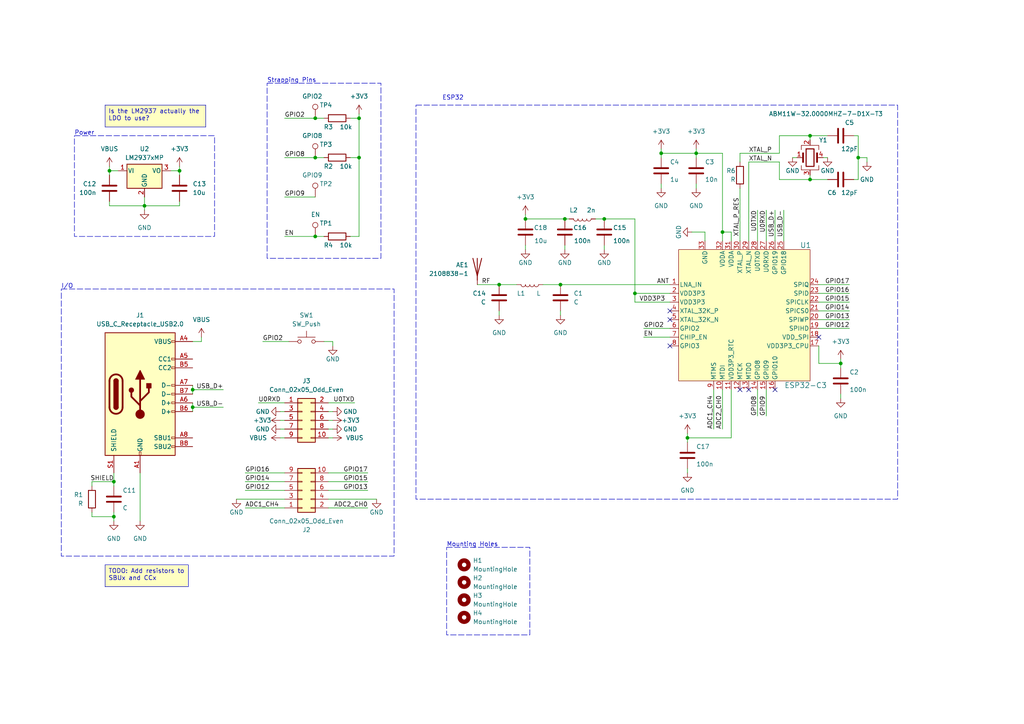
<source format=kicad_sch>
(kicad_sch (version 20230121) (generator eeschema)
  (paper "A4")
  (lib_symbols
    (symbol "Connector:TestPoint" (pin_numbers hide) (pin_names (offset 0.762) hide)
      (property "Reference" "TP" (at 0 6.858 0))
      (property "Value" "TestPoint" (at 0 5.08 0))
      (symbol "TestPoint_0_1"
        (circle (center 0 3.302) (radius 0.762))
      )
      (symbol "TestPoint_1_1"
        (pin passive line (at 0 0 90) (length 2.54) (name "1") (number "1"))
      )
    )
    (symbol "Connector:USB_C_Receptacle_USB2.0" (pin_names (offset 1.016))
      (property "Reference" "J" (at -10.16 19.05 0))
      (property "Value" "USB_C_Receptacle_USB2.0" (at 19.05 19.05 0))
      (symbol "USB_C_Receptacle_USB2.0_0_0"
        (rectangle (start -0.254 -17.78) (end 0.254 -16.764))
        (rectangle (start 10.16 -14.986) (end 9.144 -15.494))
        (rectangle (start 10.16 -12.446) (end 9.144 -12.954))
        (rectangle (start 10.16 -4.826) (end 9.144 -5.334))
        (rectangle (start 10.16 -2.286) (end 9.144 -2.794))
        (rectangle (start 10.16 0.254) (end 9.144 -0.254))
        (rectangle (start 10.16 2.794) (end 9.144 2.286))
        (rectangle (start 10.16 7.874) (end 9.144 7.366))
        (rectangle (start 10.16 10.414) (end 9.144 9.906))
        (rectangle (start 10.16 15.494) (end 9.144 14.986))
      )
      (symbol "USB_C_Receptacle_USB2.0_0_1"
        (rectangle (start -10.16 17.78) (end 10.16 -17.78) (stroke (width 0.254)) (fill (type background)))
        (arc (start -8.89 -3.81) (mid -6.985 -5.7067) (end -5.08 -3.81) (stroke (width 0.508)))
        (arc (start -7.62 -3.81) (mid -6.985 -4.4423) (end -6.35 -3.81) (stroke (width 0.254)))
        (arc (start -7.62 -3.81) (mid -6.985 -4.4423) (end -6.35 -3.81) (stroke (width 0.254)) (fill (type outline)))
        (rectangle (start -7.62 -3.81) (end -6.35 3.81) (stroke (width 0.254)) (fill (type outline)))
        (arc (start -6.35 3.81) (mid -6.985 4.4423) (end -7.62 3.81) (stroke (width 0.254)))
        (arc (start -6.35 3.81) (mid -6.985 4.4423) (end -7.62 3.81) (stroke (width 0.254)) (fill (type outline)))
        (arc (start -5.08 3.81) (mid -6.985 5.7067) (end -8.89 3.81) (stroke (width 0.508)))
        (circle (center -2.54 1.143) (radius 0.635) (stroke (width 0.254)) (fill (type outline)))
        (circle (center 0 -5.842) (radius 1.27) (fill (type outline)))
        (polyline (pts (xy -8.89 -3.81) (xy -8.89 3.81)) (stroke (width 0.508)))
        (polyline (pts (xy -5.08 3.81) (xy -5.08 -3.81)) (stroke (width 0.508)))
        (polyline (pts (xy 0 -5.842) (xy 0 4.318)) (stroke (width 0.508)))
        (polyline (pts (xy 0 -3.302) (xy -2.54 -0.762) (xy -2.54 0.508)) (stroke (width 0.508)))
        (polyline (pts (xy 0 -2.032) (xy 2.54 0.508) (xy 2.54 1.778)) (stroke (width 0.508)))
        (polyline (pts (xy -1.27 4.318) (xy 0 6.858) (xy 1.27 4.318) (xy -1.27 4.318)) (stroke (width 0.254)) (fill (type outline)))
        (rectangle (start 1.905 1.778) (end 3.175 3.048) (stroke (width 0.254)) (fill (type outline)))
      )
      (symbol "USB_C_Receptacle_USB2.0_1_1"
        (pin passive line (at 0 -22.86 90) (length 5.08) (name "GND") (number "A1"))
        (pin passive line (at 0 -22.86 90) (length 5.08) hide (name "GND") (number "A12"))
        (pin passive line (at 15.24 15.24 180) (length 5.08) (name "VBUS") (number "A4"))
        (pin bidirectional line (at 15.24 10.16 180) (length 5.08) (name "CC1") (number "A5"))
        (pin bidirectional line (at 15.24 -2.54 180) (length 5.08) (name "D+") (number "A6"))
        (pin bidirectional line (at 15.24 2.54 180) (length 5.08) (name "D-") (number "A7"))
        (pin bidirectional line (at 15.24 -12.7 180) (length 5.08) (name "SBU1") (number "A8"))
        (pin passive line (at 15.24 15.24 180) (length 5.08) hide (name "VBUS") (number "A9"))
        (pin passive line (at 0 -22.86 90) (length 5.08) hide (name "GND") (number "B1"))
        (pin passive line (at 0 -22.86 90) (length 5.08) hide (name "GND") (number "B12"))
        (pin passive line (at 15.24 15.24 180) (length 5.08) hide (name "VBUS") (number "B4"))
        (pin bidirectional line (at 15.24 7.62 180) (length 5.08) (name "CC2") (number "B5"))
        (pin bidirectional line (at 15.24 -5.08 180) (length 5.08) (name "D+") (number "B6"))
        (pin bidirectional line (at 15.24 0 180) (length 5.08) (name "D-") (number "B7"))
        (pin bidirectional line (at 15.24 -15.24 180) (length 5.08) (name "SBU2") (number "B8"))
        (pin passive line (at 15.24 15.24 180) (length 5.08) hide (name "VBUS") (number "B9"))
        (pin passive line (at -7.62 -22.86 90) (length 5.08) (name "SHIELD") (number "S1"))
      )
    )
    (symbol "Connector_Generic:Conn_02x05_Odd_Even" (pin_names (offset 1.016) hide)
      (property "Reference" "J" (at 1.27 7.62 0))
      (property "Value" "Conn_02x05_Odd_Even" (at 1.27 -7.62 0))
      (symbol "Conn_02x05_Odd_Even_1_1"
        (rectangle (start -1.27 -4.953) (end 0 -5.207) (stroke (width 0.1524)))
        (rectangle (start -1.27 -2.413) (end 0 -2.667) (stroke (width 0.1524)))
        (rectangle (start -1.27 0.127) (end 0 -0.127) (stroke (width 0.1524)))
        (rectangle (start -1.27 2.667) (end 0 2.413) (stroke (width 0.1524)))
        (rectangle (start -1.27 5.207) (end 0 4.953) (stroke (width 0.1524)))
        (rectangle (start -1.27 6.35) (end 3.81 -6.35) (stroke (width 0.254)) (fill (type background)))
        (rectangle (start 3.81 -4.953) (end 2.54 -5.207) (stroke (width 0.1524)))
        (rectangle (start 3.81 -2.413) (end 2.54 -2.667) (stroke (width 0.1524)))
        (rectangle (start 3.81 0.127) (end 2.54 -0.127) (stroke (width 0.1524)))
        (rectangle (start 3.81 2.667) (end 2.54 2.413) (stroke (width 0.1524)))
        (rectangle (start 3.81 5.207) (end 2.54 4.953) (stroke (width 0.1524)))
        (pin passive line (at -5.08 5.08 0) (length 3.81) (name "Pin_1") (number "1"))
        (pin passive line (at 7.62 -5.08 180) (length 3.81) (name "Pin_10") (number "10"))
        (pin passive line (at 7.62 5.08 180) (length 3.81) (name "Pin_2") (number "2"))
        (pin passive line (at -5.08 2.54 0) (length 3.81) (name "Pin_3") (number "3"))
        (pin passive line (at 7.62 2.54 180) (length 3.81) (name "Pin_4") (number "4"))
        (pin passive line (at -5.08 0 0) (length 3.81) (name "Pin_5") (number "5"))
        (pin passive line (at 7.62 0 180) (length 3.81) (name "Pin_6") (number "6"))
        (pin passive line (at -5.08 -2.54 0) (length 3.81) (name "Pin_7") (number "7"))
        (pin passive line (at 7.62 -2.54 180) (length 3.81) (name "Pin_8") (number "8"))
        (pin passive line (at -5.08 -5.08 0) (length 3.81) (name "Pin_9") (number "9"))
      )
    )
    (symbol "Device:Antenna" (pin_numbers hide) (pin_names (offset 1.016) hide)
      (property "Reference" "AE" (at -1.905 1.905 0))
      (property "Value" "Antenna" (at -1.905 0 0))
      (symbol "Antenna_0_1"
        (polyline (pts (xy 0 2.54) (xy 0 -3.81)) (stroke (width 0.254)))
        (polyline (pts (xy 1.27 2.54) (xy 0 -2.54) (xy -1.27 2.54)) (stroke (width 0.254)))
      )
      (symbol "Antenna_1_1"
        (pin input line (at 0 -5.08 90) (length 2.54) (name "A") (number "1"))
      )
    )
    (symbol "Device:C" (pin_numbers hide) (pin_names (offset 0.254))
      (property "Reference" "C" (at 0.635 2.54 0))
      (property "Value" "C" (at 0.635 -2.54 0))
      (symbol "C_0_1"
        (polyline (pts (xy -2.032 -0.762) (xy 2.032 -0.762)) (stroke (width 0.508)))
        (polyline (pts (xy -2.032 0.762) (xy 2.032 0.762)) (stroke (width 0.508)))
      )
      (symbol "C_1_1"
        (pin passive line (at 0 3.81 270) (length 2.794) (name "~") (number "1"))
        (pin passive line (at 0 -3.81 90) (length 2.794) (name "~") (number "2"))
      )
    )
    (symbol "Device:Crystal_GND23" (pin_names (offset 1.016) hide)
      (property "Reference" "Y" (at 3.175 5.08 0))
      (property "Value" "Crystal_GND23" (at 3.175 3.175 0))
      (symbol "Crystal_GND23_0_1"
        (rectangle (start -1.143 2.54) (end 1.143 -2.54) (stroke (width 0.3048)))
        (polyline (pts (xy -2.54 0) (xy -2.032 0)))
        (polyline (pts (xy -2.032 -1.27) (xy -2.032 1.27)) (stroke (width 0.508)))
        (polyline (pts (xy 0 -3.81) (xy 0 -3.556)))
        (polyline (pts (xy 0 3.556) (xy 0 3.81)))
        (polyline (pts (xy 2.032 -1.27) (xy 2.032 1.27)) (stroke (width 0.508)))
        (polyline (pts (xy 2.032 0) (xy 2.54 0)))
        (polyline (pts (xy -2.54 -2.286) (xy -2.54 -3.556) (xy 2.54 -3.556) (xy 2.54 -2.286)))
        (polyline (pts (xy -2.54 2.286) (xy -2.54 3.556) (xy 2.54 3.556) (xy 2.54 2.286)))
      )
      (symbol "Crystal_GND23_1_1"
        (pin passive line (at -3.81 0 0) (length 1.27) (name "1") (number "1"))
        (pin passive line (at 0 5.08 270) (length 1.27) (name "2") (number "2"))
        (pin passive line (at 0 -5.08 90) (length 1.27) (name "3") (number "3"))
        (pin passive line (at 3.81 0 180) (length 1.27) (name "4") (number "4"))
      )
    )
    (symbol "Device:L" (pin_numbers hide) (pin_names (offset 1.016) hide)
      (property "Reference" "L" (at -1.27 0 90))
      (property "Value" "L" (at 1.905 0 90))
      (symbol "L_0_1"
        (arc (start 0 -2.54) (mid 0.6323 -1.905) (end 0 -1.27))
        (arc (start 0 -1.27) (mid 0.6323 -0.635) (end 0 0))
        (arc (start 0 0) (mid 0.6323 0.635) (end 0 1.27))
        (arc (start 0 1.27) (mid 0.6323 1.905) (end 0 2.54))
      )
      (symbol "L_1_1"
        (pin passive line (at 0 3.81 270) (length 1.27) (name "1") (number "1"))
        (pin passive line (at 0 -3.81 90) (length 1.27) (name "2") (number "2"))
      )
    )
    (symbol "Device:R" (pin_numbers hide) (pin_names (offset 0))
      (property "Reference" "R" (at 2.032 0 90))
      (property "Value" "R" (at 0 0 90))
      (symbol "R_0_1"
        (rectangle (start -1.016 -2.54) (end 1.016 2.54) (stroke (width 0.254)))
      )
      (symbol "R_1_1"
        (pin passive line (at 0 3.81 270) (length 1.27) (name "~") (number "1"))
        (pin passive line (at 0 -3.81 90) (length 1.27) (name "~") (number "2"))
      )
    )
    (symbol "Mechanical:MountingHole" (pin_names (offset 1.016))
      (property "Reference" "H" (at 0 5.08 0))
      (property "Value" "MountingHole" (at 0 3.175 0))
      (symbol "MountingHole_0_1"
        (circle (center 0 0) (radius 1.27) (stroke (width 1.27)))
      )
    )
    (symbol "Regulator_Linear:LM2937xMP" (pin_names (offset 0.254))
      (property "Reference" "U" (at -3.81 3.175 0))
      (property "Value" "LM2937xMP" (at 0 3.175 0))
      (symbol "LM2937xMP_0_1"
        (rectangle (start -5.08 -5.08) (end 5.08 1.905) (stroke (width 0.254)) (fill (type background)))
      )
      (symbol "LM2937xMP_1_1"
        (pin power_in line (at -7.62 0 0) (length 2.54) (name "VI") (number "1"))
        (pin power_in line (at 0 -7.62 90) (length 2.54) (name "GND") (number "2"))
        (pin power_out line (at 7.62 0 180) (length 2.54) (name "VO") (number "3"))
      )
    )
    (symbol "Switch:SW_Push" (pin_numbers hide) (pin_names (offset 1.016) hide)
      (property "Reference" "SW" (at 1.27 2.54 0))
      (property "Value" "SW_Push" (at 0 -1.524 0))
      (symbol "SW_Push_0_1"
        (circle (center -2.032 0) (radius 0.508))
        (polyline (pts (xy 0 1.27) (xy 0 3.048)))
        (polyline (pts (xy 2.54 1.27) (xy -2.54 1.27)))
        (circle (center 2.032 0) (radius 0.508))
        (pin passive line (at -5.08 0 0) (length 2.54) (name "1") (number "1"))
        (pin passive line (at 5.08 0 180) (length 2.54) (name "2") (number "2"))
      )
    )
    (symbol "encyclopedia_galactica:ESP32-C3" (pin_names (offset 0.254))
      (property "Reference" "U" (at 0 43.18 0))
      (property "Value" "ESP32-C3" (at 0 40.64 0))
      (symbol "ESP32-C3_0_1"
        (pin bidirectional line (at -21.59 8.89 0) (length 2.54) (name "LNA_IN") (number "1"))
        (pin bidirectional line (at -6.35 -21.59 90) (length 2.54) (name "MTDI") (number "10"))
        (pin power_in line (at -3.81 -21.59 90) (length 2.54) (name "VDD3P3_RTC") (number "11"))
        (pin bidirectional line (at -1.27 -21.59 90) (length 2.54) (name "MTCK") (number "12"))
        (pin bidirectional line (at 1.27 -21.59 90) (length 2.54) (name "MTDO") (number "13"))
        (pin bidirectional line (at 3.81 -21.59 90) (length 2.54) (name "GPIO8") (number "14"))
        (pin bidirectional line (at 6.35 -21.59 90) (length 2.54) (name "GPIO9") (number "15"))
        (pin bidirectional line (at 8.89 -21.59 90) (length 2.54) (name "GPIO10") (number "16"))
        (pin power_in line (at 21.59 -8.89 180) (length 2.54) (name "VDD3P3_CPU") (number "17"))
        (pin power_in line (at 21.59 -6.35 180) (length 2.54) (name "VDD_SPI") (number "18"))
        (pin bidirectional line (at 21.59 -3.81 180) (length 2.54) (name "SPIHD") (number "19"))
        (pin power_in line (at -21.59 6.35 0) (length 2.54) (name "VDD3P3") (number "2"))
        (pin bidirectional line (at 21.59 -1.27 180) (length 2.54) (name "SPIWP") (number "20"))
        (pin bidirectional line (at 21.59 1.27 180) (length 2.54) (name "SPICS0") (number "21"))
        (pin bidirectional line (at 21.59 3.81 180) (length 2.54) (name "SPICLK") (number "22"))
        (pin bidirectional line (at 21.59 6.35 180) (length 2.54) (name "SPID") (number "23"))
        (pin bidirectional line (at 21.59 8.89 180) (length 2.54) (name "SPIQ") (number "24"))
        (pin bidirectional line (at 11.43 21.59 270) (length 2.54) (name "GPIO18") (number "25"))
        (pin bidirectional line (at 8.89 21.59 270) (length 2.54) (name "GPIO19") (number "26"))
        (pin bidirectional line (at 6.35 21.59 270) (length 2.54) (name "U0RXD") (number "27"))
        (pin bidirectional line (at 3.81 21.59 270) (length 2.54) (name "U0TXD") (number "28"))
        (pin output line (at 1.27 21.59 270) (length 2.54) (name "XTAL_N") (number "29"))
        (pin power_in line (at -21.59 3.81 0) (length 2.54) (name "VDD3P3") (number "3"))
        (pin input line (at -1.27 21.59 270) (length 2.54) (name "XTAL_P") (number "30"))
        (pin power_in line (at -3.81 21.59 270) (length 2.54) (name "VDDA") (number "31"))
        (pin power_in line (at -6.35 21.59 270) (length 2.54) (name "VDDA") (number "32"))
        (pin power_out line (at -11.43 21.59 270) (length 2.54) (name "GND") (number "33"))
        (pin bidirectional line (at -21.59 1.27 0) (length 2.54) (name "XTAL_32K_P") (number "4"))
        (pin bidirectional line (at -21.59 -1.27 0) (length 2.54) (name "XTAL_32K_N") (number "5"))
        (pin bidirectional line (at -21.59 -3.81 0) (length 2.54) (name "GPIO2") (number "6"))
        (pin input line (at -21.59 -6.35 0) (length 2.54) (name "CHIP_EN") (number "7"))
        (pin bidirectional line (at -21.59 -8.89 0) (length 2.54) (name "GPIO3") (number "8"))
        (pin bidirectional line (at -8.89 -21.59 90) (length 2.54) (name "MTMS") (number "9"))
      )
      (symbol "ESP32-C3_1_1"
        (rectangle (start -19.05 19.05) (end 19.05 -19.05) (fill (type background)))
      )
    )
    (symbol "power:+3V3" (power) (pin_names (offset 0))
      (property "Value" "+3V3" (at 0 3.556 0))
      (symbol "+3V3_0_1"
        (polyline (pts (xy -0.762 1.27) (xy 0 2.54)))
        (polyline (pts (xy 0 0) (xy 0 2.54)))
        (polyline (pts (xy 0 2.54) (xy 0.762 1.27)))
      )
      (symbol "+3V3_1_1"
        (pin power_in line (at 0 0 90) (length 0) hide (name "+3V3") (number "1"))
      )
    )
    (symbol "power:GND" (power) (pin_names (offset 0))
      (property "Value" "GND" (at 0 -3.81 0))
      (symbol "GND_0_1"
        (polyline (pts (xy 0 0) (xy 0 -1.27) (xy 1.27 -1.27) (xy 0 -2.54) (xy -1.27 -1.27) (xy 0 -1.27)))
      )
      (symbol "GND_1_1"
        (pin power_in line (at 0 0 270) (length 0) hide (name "GND") (number "1"))
      )
    )
    (symbol "power:VBUS" (power) (pin_names (offset 0))
      (property "Value" "VBUS" (at 0 3.81 0))
      (symbol "VBUS_0_1"
        (polyline (pts (xy -0.762 1.27) (xy 0 2.54)))
        (polyline (pts (xy 0 0) (xy 0 2.54)))
        (polyline (pts (xy 0 2.54) (xy 0.762 1.27)))
      )
      (symbol "VBUS_1_1"
        (pin power_in line (at 0 0 90) (length 0) hide (name "VBUS") (number "1"))
      )
    )
  )
  (junction (at 41.91 59.69))
  (junction (at 162.56 82.55))
  (junction (at 209.55 67.31))
  (junction (at 152.4 63.5))
  (junction (at 91.44 45.72))
  (junction (at 104.14 34.29))
  (junction (at 191.77 44.45))
  (junction (at 163.83 63.5))
  (junction (at 33.02 139.7))
  (junction (at 199.39 127))
  (junction (at 201.93 44.45))
  (junction (at 91.44 34.29))
  (junction (at 55.88 118.11))
  (junction (at 91.44 68.58))
  (junction (at 175.26 63.5))
  (junction (at 243.84 105.41))
  (junction (at 248.92 45.72))
  (junction (at 104.14 45.72))
  (junction (at 31.75 49.53))
  (junction (at 234.95 39.37))
  (junction (at 33.02 149.86))
  (junction (at 184.15 85.09))
  (junction (at 55.88 113.03))
  (junction (at 144.78 82.55))
  (junction (at 234.95 52.07))
  (junction (at 52.07 49.53))
  (no_connect (at 224.79 113.03))
  (no_connect (at 194.31 100.33))
  (no_connect (at 194.31 90.17))
  (no_connect (at 214.63 113.03))
  (no_connect (at 237.49 97.79))
  (no_connect (at 217.17 113.03))
  (no_connect (at 194.31 92.71))
  (wire (pts (xy 55.88 116.84) (xy 55.88 118.11)))
  (wire (pts (xy 237.49 82.55) (xy 246.38 82.55)))
  (wire (pts (xy 91.44 34.29) (xy 82.55 34.29)))
  (wire (pts (xy 186.69 95.25) (xy 194.31 95.25)))
  (wire (pts (xy 55.88 118.11) (xy 64.77 118.11)))
  (wire (pts (xy 251.46 45.72) (xy 248.92 45.72)))
  (wire (pts (xy 26.67 140.97) (xy 26.67 139.7)))
  (wire (pts (xy 102.87 116.84) (xy 95.25 116.84)))
  (wire (pts (xy 201.93 53.34) (xy 201.93 54.61)))
  (wire (pts (xy 237.49 87.63) (xy 246.38 87.63)))
  (wire (pts (xy 222.25 60.96) (xy 222.25 69.85)))
  (wire (pts (xy 152.4 63.5) (xy 163.83 63.5)))
  (wire (pts (xy 93.98 99.06) (xy 96.52 99.06)))
  (wire (pts (xy 33.02 137.16) (xy 33.02 139.7)))
  (wire (pts (xy 214.63 44.45) (xy 226.06 44.45)))
  (wire (pts (xy 237.49 85.09) (xy 246.38 85.09)))
  (wire (pts (xy 93.98 34.29) (xy 91.44 34.29)))
  (wire (pts (xy 55.88 111.76) (xy 55.88 113.03)))
  (wire (pts (xy 209.55 44.45) (xy 209.55 67.31)))
  (wire (pts (xy 234.95 39.37) (xy 234.95 40.64)))
  (wire (pts (xy 237.49 105.41) (xy 237.49 100.33)))
  (wire (pts (xy 226.06 52.07) (xy 226.06 46.99)))
  (wire (pts (xy 55.88 113.03) (xy 64.77 113.03)))
  (wire (pts (xy 95.25 139.7) (xy 106.68 139.7)))
  (wire (pts (xy 40.64 137.16) (xy 40.64 151.13)))
  (wire (pts (xy 58.42 99.06) (xy 58.42 97.79)))
  (wire (pts (xy 55.88 118.11) (xy 55.88 119.38)))
  (wire (pts (xy 231.14 45.72) (xy 229.87 45.72)))
  (wire (pts (xy 163.83 71.12) (xy 163.83 72.39)))
  (wire (pts (xy 217.17 46.99) (xy 217.17 69.85)))
  (wire (pts (xy 74.93 116.84) (xy 82.55 116.84)))
  (wire (pts (xy 81.28 121.92) (xy 82.55 121.92)))
  (wire (pts (xy 162.56 82.55) (xy 194.31 82.55)))
  (wire (pts (xy 199.39 127) (xy 199.39 125.73)))
  (wire (pts (xy 95.25 142.24) (xy 106.68 142.24)))
  (wire (pts (xy 33.02 149.86) (xy 33.02 148.59)))
  (wire (pts (xy 243.84 104.14) (xy 243.84 105.41)))
  (wire (pts (xy 95.25 147.32) (xy 106.68 147.32)))
  (wire (pts (xy 152.4 71.12) (xy 152.4 72.39)))
  (wire (pts (xy 52.07 58.42) (xy 52.07 59.69)))
  (wire (pts (xy 41.91 59.69) (xy 41.91 57.15)))
  (wire (pts (xy 91.44 45.72) (xy 82.55 45.72)))
  (wire (pts (xy 209.55 113.03) (xy 209.55 124.46)))
  (wire (pts (xy 237.49 105.41) (xy 243.84 105.41)))
  (wire (pts (xy 191.77 43.18) (xy 191.77 44.45)))
  (wire (pts (xy 91.44 57.15) (xy 82.55 57.15)))
  (wire (pts (xy 209.55 67.31) (xy 212.09 67.31)))
  (wire (pts (xy 226.06 39.37) (xy 226.06 44.45)))
  (wire (pts (xy 217.17 46.99) (xy 226.06 46.99)))
  (wire (pts (xy 175.26 71.12) (xy 175.26 72.39)))
  (wire (pts (xy 81.28 127) (xy 82.55 127)))
  (wire (pts (xy 144.78 82.55) (xy 149.86 82.55)))
  (wire (pts (xy 240.03 52.07) (xy 234.95 52.07)))
  (wire (pts (xy 96.52 99.06) (xy 96.52 100.33)))
  (wire (pts (xy 104.14 68.58) (xy 101.6 68.58)))
  (wire (pts (xy 247.65 52.07) (xy 248.92 52.07)))
  (wire (pts (xy 186.69 97.79) (xy 194.31 97.79)))
  (wire (pts (xy 71.12 137.16) (xy 82.55 137.16)))
  (wire (pts (xy 95.25 127) (xy 96.52 127)))
  (wire (pts (xy 227.33 60.96) (xy 227.33 69.85)))
  (wire (pts (xy 68.58 144.78) (xy 82.55 144.78)))
  (wire (pts (xy 214.63 54.61) (xy 214.63 69.85)))
  (wire (pts (xy 243.84 114.3) (xy 243.84 115.57)))
  (wire (pts (xy 76.2 99.06) (xy 83.82 99.06)))
  (wire (pts (xy 184.15 63.5) (xy 175.26 63.5)))
  (wire (pts (xy 91.44 68.58) (xy 82.55 68.58)))
  (wire (pts (xy 33.02 149.86) (xy 33.02 151.13)))
  (wire (pts (xy 248.92 39.37) (xy 247.65 39.37)))
  (wire (pts (xy 219.71 60.96) (xy 219.71 69.85)))
  (wire (pts (xy 214.63 44.45) (xy 214.63 46.99)))
  (wire (pts (xy 81.28 124.46) (xy 82.55 124.46)))
  (wire (pts (xy 55.88 113.03) (xy 55.88 114.3)))
  (wire (pts (xy 234.95 52.07) (xy 234.95 50.8)))
  (wire (pts (xy 207.01 113.03) (xy 207.01 124.46)))
  (wire (pts (xy 104.14 45.72) (xy 101.6 45.72)))
  (wire (pts (xy 191.77 44.45) (xy 201.93 44.45)))
  (wire (pts (xy 109.22 144.78) (xy 95.25 144.78)))
  (wire (pts (xy 172.72 63.5) (xy 175.26 63.5)))
  (wire (pts (xy 52.07 49.53) (xy 52.07 50.8)))
  (wire (pts (xy 222.25 113.03) (xy 222.25 120.65)))
  (wire (pts (xy 199.39 127) (xy 212.09 127)))
  (wire (pts (xy 95.25 119.38) (xy 96.52 119.38)))
  (wire (pts (xy 31.75 59.69) (xy 41.91 59.69)))
  (wire (pts (xy 237.49 92.71) (xy 246.38 92.71)))
  (wire (pts (xy 199.39 135.89) (xy 199.39 137.16)))
  (wire (pts (xy 224.79 60.96) (xy 224.79 69.85)))
  (wire (pts (xy 157.48 82.55) (xy 162.56 82.55)))
  (wire (pts (xy 52.07 48.26) (xy 52.07 49.53)))
  (wire (pts (xy 162.56 90.17) (xy 162.56 91.44)))
  (wire (pts (xy 95.25 121.92) (xy 96.52 121.92)))
  (wire (pts (xy 91.44 45.72) (xy 93.98 45.72)))
  (wire (pts (xy 26.67 149.86) (xy 33.02 149.86)))
  (wire (pts (xy 243.84 105.41) (xy 243.84 106.68)))
  (wire (pts (xy 219.71 113.03) (xy 219.71 120.65)))
  (wire (pts (xy 71.12 139.7) (xy 82.55 139.7)))
  (wire (pts (xy 49.53 49.53) (xy 52.07 49.53)))
  (wire (pts (xy 26.67 148.59) (xy 26.67 149.86)))
  (wire (pts (xy 95.25 137.16) (xy 106.68 137.16)))
  (wire (pts (xy 201.93 44.45) (xy 209.55 44.45)))
  (wire (pts (xy 81.28 119.38) (xy 82.55 119.38)))
  (wire (pts (xy 248.92 52.07) (xy 248.92 45.72)))
  (wire (pts (xy 26.67 139.7) (xy 33.02 139.7)))
  (wire (pts (xy 184.15 87.63) (xy 184.15 85.09)))
  (wire (pts (xy 104.14 34.29) (xy 104.14 45.72)))
  (wire (pts (xy 163.83 63.5) (xy 165.1 63.5)))
  (wire (pts (xy 31.75 48.26) (xy 31.75 49.53)))
  (wire (pts (xy 144.78 90.17) (xy 144.78 91.44)))
  (wire (pts (xy 237.49 90.17) (xy 246.38 90.17)))
  (wire (pts (xy 248.92 45.72) (xy 248.92 39.37)))
  (wire (pts (xy 33.02 139.7) (xy 33.02 140.97)))
  (wire (pts (xy 55.88 99.06) (xy 58.42 99.06)))
  (wire (pts (xy 201.93 43.18) (xy 201.93 44.45)))
  (wire (pts (xy 104.14 33.02) (xy 104.14 34.29)))
  (wire (pts (xy 212.09 67.31) (xy 212.09 69.85)))
  (wire (pts (xy 41.91 59.69) (xy 41.91 60.96)))
  (wire (pts (xy 226.06 52.07) (xy 234.95 52.07)))
  (wire (pts (xy 191.77 53.34) (xy 191.77 54.61)))
  (wire (pts (xy 104.14 34.29) (xy 101.6 34.29)))
  (wire (pts (xy 209.55 67.31) (xy 209.55 69.85)))
  (wire (pts (xy 199.39 128.27) (xy 199.39 127)))
  (wire (pts (xy 201.93 44.45) (xy 201.93 45.72)))
  (wire (pts (xy 234.95 39.37) (xy 226.06 39.37)))
  (wire (pts (xy 251.46 46.99) (xy 251.46 45.72)))
  (wire (pts (xy 71.12 142.24) (xy 82.55 142.24)))
  (wire (pts (xy 240.03 39.37) (xy 234.95 39.37)))
  (wire (pts (xy 237.49 95.25) (xy 246.38 95.25)))
  (wire (pts (xy 93.98 68.58) (xy 91.44 68.58)))
  (wire (pts (xy 104.14 45.72) (xy 104.14 68.58)))
  (wire (pts (xy 184.15 85.09) (xy 184.15 63.5)))
  (wire (pts (xy 95.25 124.46) (xy 96.52 124.46)))
  (wire (pts (xy 138.43 82.55) (xy 144.78 82.55)))
  (wire (pts (xy 41.91 59.69) (xy 52.07 59.69)))
  (wire (pts (xy 31.75 49.53) (xy 31.75 50.8)))
  (wire (pts (xy 71.12 147.32) (xy 82.55 147.32)))
  (wire (pts (xy 240.03 45.72) (xy 238.76 45.72)))
  (wire (pts (xy 31.75 58.42) (xy 31.75 59.69)))
  (wire (pts (xy 184.15 85.09) (xy 194.31 85.09)))
  (wire (pts (xy 194.31 87.63) (xy 184.15 87.63)))
  (wire (pts (xy 204.47 67.31) (xy 204.47 69.85)))
  (wire (pts (xy 152.4 62.23) (xy 152.4 63.5)))
  (wire (pts (xy 191.77 44.45) (xy 191.77 45.72)))
  (wire (pts (xy 212.09 113.03) (xy 212.09 127)))
  (wire (pts (xy 200.66 67.31) (xy 204.47 67.31)))
  (wire (pts (xy 31.75 49.53) (xy 34.29 49.53)))
  (rectangle (start 21.59 39.37) (end 62.23 68.58) (stroke (width 0) (type dash)))
  (rectangle (start 129.54 158.75) (end 153.67 184.15) (stroke (width 0) (type dash)))
  (rectangle (start 77.47 24.13) (end 110.49 74.93) (stroke (width 0) (type dash)))
  (rectangle (start 17.78 83.82) (end 114.3 161.29) (stroke (width 0) (type dash)))
  (rectangle (start 120.65 30.48) (end 260.35 144.78) (stroke (width 0) (type dash)))
  (text_box "TODO: Add resistors to SBUx and CCx" (at 30.48 163.83 0) (size 24.13 6.35) (fill (type color) (color 255 255 194 1)) (effects (font (size 1.27 1.27)) (justify left top)))
  (text_box "Is the LM2937 actually the LDO to use?" (at 30.48 30.48 0) (size 29.21 6.35) (fill (type color) (color 255 255 194 1)) (effects (font (size 1.27 1.27)) (justify left top)))
  (text "ESP32" (at 128.27 29.21 0) (effects (font (size 1.27 1.27)) (justify left bottom)))
  (text "I/O" (at 17.78 83.82 0) (effects (font (size 1.27 1.27)) (justify left bottom)))
  (text "Mounting Holes" (at 129.54 158.75 0) (effects (font (size 1.27 1.27)) (justify left bottom)))
  (text "Power" (at 21.59 39.37 0) (effects (font (size 1.27 1.27)) (justify left bottom)))
  (text "Strapping Pins" (at 77.47 24.13 0) (effects (font (size 1.27 1.27)) (justify left bottom)))
  (label "ADC1_CH4" (at 207.01 124.46 90))
  (label "U0RXD" (at 74.93 116.84 0))
  (label "GPIO2" (at 76.2 99.06 0))
  (label "USB_D-" (at 64.77 118.11 180))
  (label "GPIO12" (at 71.12 142.24 0))
  (label "EN" (at 186.69 97.79 0))
  (label "GPIO16" (at 71.12 137.16 0))
  (label "GPIO13" (at 106.68 142.24 180))
  (label "USB_D+" (at 64.77 113.03 180))
  (label "SHIELD" (at 33.02 139.7 180))
  (label "ADC1_CH4" (at 71.12 147.32 0))
  (label "USB_D+" (at 224.79 60.96 270))
  (label "GPIO2" (at 82.55 34.29 0))
  (label "GPIO14" (at 246.38 90.17 180))
  (label "GPIO9" (at 222.25 120.65 90))
  (label "GPIO17" (at 246.38 82.55 180))
  (label "GPIO14" (at 71.12 139.7 0))
  (label "U0TXD" (at 102.87 116.84 180))
  (label "ADC2_CH0" (at 209.55 124.46 90))
  (label "U0RXD" (at 222.25 60.96 270))
  (label "VDD3P3" (at 185.42 87.63 0))
  (label "ANT" (at 190.5 82.55 0))
  (label "USB_D-" (at 227.33 60.96 270))
  (label "GPIO12" (at 246.38 95.25 180))
  (label "XTAL_P" (at 217.17 44.45 0))
  (label "GPIO9" (at 82.55 57.15 0))
  (label "XTAL_P_RES" (at 214.63 68.58 90))
  (label "GPIO15" (at 106.68 139.7 180))
  (label "XTAL_N" (at 217.17 46.99 0))
  (label "GPIO16" (at 246.38 85.09 180))
  (label "RF" (at 139.7 82.55 0))
  (label "U0TXD" (at 219.71 60.96 270))
  (label "EN" (at 82.55 68.58 0))
  (label "GPIO8" (at 82.55 45.72 0))
  (label "GPIO13" (at 246.38 92.71 180))
  (label "GPIO17" (at 106.68 137.16 180))
  (label "GPIO2" (at 186.69 95.25 0))
  (label "ADC2_CH0" (at 106.68 147.32 180))
  (label "GPIO15" (at 246.38 87.63 180))
  (label "GPIO8" (at 219.71 120.65 90))
  (symbol (lib_id "power:GND") (at 229.87 45.72 0) (mirror y) (unit 1)
    (property "Reference" "#PWR03" (effects hide))
    (property "Value" "GND" (at 229.87 49.53 0))
  )
  (symbol (lib_id "Connector:USB_C_Receptacle_USB2.0") (at 40.64 114.3 0) (unit 1)
    (property "Reference" "J1" (at 40.64 91.44 0))
    (property "Value" "USB_C_Receptacle_USB2.0" (at 40.64 93.98 0))
    (property "Footprint" "Connector_USB:USB_C_Receptacle_GCT_USB4105-xx-A_16P_TopMnt_Horizontal" (effects hide))
    (property "Datasheet" "https://www.usb.org/sites/default/files/documents/usb_type-c.zip" (effects hide))
  )
  (symbol (lib_id "Device:R") (at 214.63 50.8 0) (mirror y) (unit 1)
    (property "Reference" "R6" (at 213.36 49.53 0) (effects (justify left)))
    (property "Value" "R" (at 213.36 52.07 0) (effects (justify left)))
    (property "Footprint" "Resistor_SMD:R_0402_1005Metric" (effects hide))
  )
  (symbol (lib_id "Device:R") (at 97.79 68.58 270) (mirror x) (unit 1)
    (property "Reference" "R4" (at 95.25 71.12 90))
    (property "Value" "10k" (at 100.33 71.12 90))
    (property "Footprint" "Resistor_SMD:R_0402_1005Metric" (effects hide))
  )
  (symbol (lib_id "power:GND") (at 191.77 54.61 0) (unit 1)
    (property "Reference" "#PWR023" (effects hide))
    (property "Value" "GND" (at 191.77 59.69 0))
  )
  (symbol (lib_id "power:VBUS") (at 81.28 127 90) (unit 1)
    (property "Reference" "#PWR032" (effects hide))
    (property "Value" "VBUS" (at 77.47 127 90) (effects (justify left)))
  )
  (symbol (lib_id "Device:R") (at 26.67 144.78 0) (unit 1)
    (property "Reference" "R1" (at 24.13 143.51 0) (effects (justify right)))
    (property "Value" "R" (at 24.13 146.05 0) (effects (justify right)))
    (property "Footprint" "Resistor_SMD:R_0402_1005Metric" (effects hide))
  )
  (symbol (lib_id "power:GND") (at 81.28 124.46 270) (unit 1)
    (property "Reference" "#PWR030" (effects hide))
    (property "Value" "GND" (at 76.2 124.46 90))
  )
  (symbol (lib_id "Mechanical:MountingHole") (at 134.62 173.99 0) (unit 1)
    (property "Reference" "H3" (at 137.16 172.72 0) (effects (justify left)))
    (property "Value" "MountingHole" (at 137.16 175.26 0) (effects (justify left)))
    (property "Footprint" "MountingHole:MountingHole_2.2mm_M2" (effects hide))
  )
  (symbol (lib_id "power:GND") (at 163.83 72.39 0) (mirror y) (unit 1)
    (property "Reference" "#PWR018" (effects hide))
    (property "Value" "GND" (at 163.83 76.2 0))
  )
  (symbol (lib_id "Mechanical:MountingHole") (at 134.62 163.83 0) (unit 1)
    (property "Reference" "H1" (at 137.16 162.56 0) (effects (justify left)))
    (property "Value" "MountingHole" (at 137.16 165.1 0) (effects (justify left)))
    (property "Footprint" "MountingHole:MountingHole_2.2mm_M2" (effects hide))
  )
  (symbol (lib_id "Device:C") (at 152.4 67.31 0) (unit 1)
    (property "Reference" "C18" (at 158.75 66.04 0) (effects (justify right)))
    (property "Value" "10u" (at 158.75 69.85 0) (effects (justify right)))
    (property "Footprint" "Capacitor_SMD:C_0603_1608Metric" (effects hide))
  )
  (symbol (lib_id "power:+3V3") (at 201.93 43.18 0) (mirror y) (unit 1)
    (property "Reference" "#PWR04" (effects hide))
    (property "Value" "+3V3" (at 201.93 38.1 0))
  )
  (symbol (lib_id "power:GND") (at 41.91 60.96 0) (unit 1)
    (property "Reference" "#PWR016" (effects hide))
    (property "Value" "GND" (at 41.91 66.04 0))
  )
  (symbol (lib_id "power:+3V3") (at 191.77 43.18 0) (mirror y) (unit 1)
    (property "Reference" "#PWR022" (effects hide))
    (property "Value" "+3V3" (at 191.77 38.1 0))
  )
  (symbol (lib_id "Connector_Generic:Conn_02x05_Odd_Even") (at 87.63 121.92 0) (unit 1)
    (property "Reference" "J3" (at 88.9 110.49 0))
    (property "Value" "Conn_02x05_Odd_Even" (at 88.9 113.03 0))
    (property "Footprint" "Connector_PinHeader_2.54mm:PinHeader_2x05_P2.54mm_Vertical" (effects hide))
  )
  (symbol (lib_id "Device:C") (at 144.78 86.36 0) (unit 1)
    (property "Reference" "C14" (at 140.97 85.09 0) (effects (justify right)))
    (property "Value" "C" (at 140.97 87.63 0) (effects (justify right)))
    (property "Footprint" "Capacitor_SMD:C_0402_1005Metric" (effects hide))
  )
  (symbol (lib_id "power:GND") (at 251.46 46.99 0) (mirror y) (unit 1)
    (property "Reference" "#PWR025" (effects hide))
    (property "Value" "GND" (at 251.46 52.07 0))
  )
  (symbol (lib_id "power:VBUS") (at 31.75 48.26 0) (unit 1)
    (property "Reference" "#PWR014" (effects hide))
    (property "Value" "VBUS" (at 31.75 43.18 0))
  )
  (symbol (lib_id "Connector:TestPoint") (at 91.44 68.58 0) (unit 1)
    (property "Reference" "TP1" (at 92.71 64.77 0) (effects (justify left)))
    (property "Value" "EN" (at 90.17 62.23 0) (effects (justify left)))
    (property "Footprint" "TestPoint:TestPoint_Pad_D1.5mm" (effects hide))
  )
  (symbol (lib_id "Connector_Generic:Conn_02x05_Odd_Even") (at 87.63 142.24 0) (mirror x) (unit 1)
    (property "Reference" "J2" (at 88.9 153.67 0))
    (property "Value" "Conn_02x05_Odd_Even" (at 88.9 151.13 0))
    (property "Footprint" "Connector_PinHeader_2.54mm:PinHeader_2x05_P2.54mm_Vertical" (effects hide))
  )
  (symbol (lib_id "power:GND") (at 201.93 54.61 0) (unit 1)
    (property "Reference" "#PWR021" (effects hide))
    (property "Value" "GND" (at 201.93 59.69 0))
  )
  (symbol (lib_id "power:GND") (at 144.78 91.44 0) (mirror y) (unit 1)
    (property "Reference" "#PWR017" (effects hide))
    (property "Value" "GND" (at 144.78 96.52 0))
  )
  (symbol (lib_id "Device:C") (at 201.93 49.53 0) (mirror y) (unit 1)
    (property "Reference" "C3" (at 204.47 46.99 0) (effects (justify right)))
    (property "Value" "10n" (at 204.47 52.07 0) (effects (justify right)))
    (property "Footprint" "Capacitor_SMD:C_0402_1005Metric" (effects hide))
  )
  (symbol (lib_id "Device:C") (at 33.02 144.78 0) (unit 1)
    (property "Reference" "C11" (at 35.56 142.24 0) (effects (justify left)))
    (property "Value" "C" (at 35.56 147.32 0) (effects (justify left)))
    (property "Footprint" "Capacitor_SMD:C_0603_1608Metric" (effects hide))
  )
  (symbol (lib_id "power:+3V3") (at 52.07 48.26 0) (unit 1)
    (property "Reference" "#PWR015" (effects hide))
    (property "Value" "+3V3" (at 52.07 43.18 0))
  )
  (symbol (lib_id "power:GND") (at 175.26 72.39 0) (unit 1)
    (property "Reference" "#PWR019" (effects hide))
    (property "Value" "GND" (at 175.26 76.2 0))
  )
  (symbol (lib_id "Regulator_Linear:LM2937xMP") (at 41.91 49.53 0) (unit 1)
    (property "Reference" "U2" (at 41.91 43.18 0))
    (property "Value" "LM2937xMP" (at 41.91 45.72 0))
    (property "Footprint" "Package_TO_SOT_SMD:SOT-223-3_TabPin2" (effects hide))
    (property "Datasheet" "http://www.ti.com/lit/ds/symlink/lm2937.pdf" (effects hide))
  )
  (symbol (lib_id "power:+3V3") (at 199.39 125.73 0) (mirror y) (unit 1)
    (property "Reference" "#PWR06" (effects hide))
    (property "Value" "+3V3" (at 199.39 120.65 0))
  )
  (symbol (lib_id "encyclopedia_galactica:ESP32-C3") (at 215.9 91.44 0) (unit 1)
    (property "Reference" "U1" (at 233.68 71.12 0) (effects (font (size 1.524 1.524))))
    (property "Value" "ESP32-C3" (at 233.68 111.76 0) (effects (font (size 1.524 1.524))))
    (property "Footprint" "encyclopedia_galactica:QFN32_5X5_EXP" (effects hide))
    (property "Datasheet" "https://www.espressif.com/sites/default/files/documentation/esp32-c3_datasheet_en.pdf" (effects hide))
    (property "HW_Guidelines" "https://www.espressif.com/sites/default/files/documentation/esp32-c3_hardware_design_guidelines_en.pdf" (effects hide))
  )
  (symbol (lib_id "Device:Crystal_GND23") (at 234.95 45.72 0) (unit 1)
    (property "Reference" "Y1" (at 238.76 40.64 0))
    (property "Value" "ABM11W-32.0000MHZ-7-D1X-T3 " (at 240.03 33.02 0))
    (property "Footprint" "encyclopedia_galactica:ABM11W-30.0000MHZ-7-D1X-T3" (effects hide))
  )
  (symbol (lib_id "power:GND") (at 96.52 100.33 0) (unit 1)
    (property "Reference" "#PWR036" (effects hide))
    (property "Value" "GND" (at 96.52 104.14 0))
  )
  (symbol (lib_id "Device:C") (at 243.84 52.07 90) (mirror x) (unit 1)
    (property "Reference" "C6" (at 241.3 55.88 90))
    (property "Value" "12pF" (at 246.38 55.88 90))
    (property "Footprint" "Capacitor_SMD:C_0402_1005Metric" (effects hide))
  )
  (symbol (lib_id "Device:C") (at 52.07 54.61 0) (mirror y) (unit 1)
    (property "Reference" "C13" (at 55.88 53.34 0) (effects (justify right)))
    (property "Value" "10u" (at 55.88 55.88 0) (effects (justify right)))
    (property "Footprint" "Capacitor_SMD:C_0603_1608Metric" (effects hide))
  )
  (symbol (lib_id "Switch:SW_Push") (at 88.9 99.06 0) (mirror y) (unit 1)
    (property "Reference" "SW1" (at 88.9 91.44 0))
    (property "Value" "SW_Push" (at 88.9 93.98 0))
    (property "Footprint" "Button_Switch_SMD:SW_SPST_B3U-1000P" (effects hide))
  )
  (symbol (lib_id "power:GND") (at 81.28 119.38 270) (unit 1)
    (property "Reference" "#PWR026" (effects hide))
    (property "Value" "GND" (at 76.2 119.38 90))
  )
  (symbol (lib_id "power:GND") (at 96.52 119.38 90) (unit 1)
    (property "Reference" "#PWR027" (effects hide))
    (property "Value" "GND" (at 101.6 119.38 90))
  )
  (symbol (lib_id "Device:Antenna") (at 138.43 77.47 0) (mirror y) (unit 1)
    (property "Reference" "AE1" (at 135.89 76.835 0) (effects (justify left)))
    (property "Value" "2108838-1" (at 135.89 79.375 0) (effects (justify left)))
    (property "Footprint" "encyclopedia_galactica:2108838-1" (effects hide))
  )
  (symbol (lib_id "Mechanical:MountingHole") (at 134.62 168.91 0) (unit 1)
    (property "Reference" "H2" (at 137.16 167.64 0) (effects (justify left)))
    (property "Value" "MountingHole" (at 137.16 170.18 0) (effects (justify left)))
    (property "Footprint" "MountingHole:MountingHole_2.2mm_M2" (effects hide))
  )
  (symbol (lib_id "power:GND") (at 199.39 137.16 0) (unit 1)
    (property "Reference" "#PWR07" (effects hide))
    (property "Value" "GND" (at 199.39 142.24 0))
  )
  (symbol (lib_id "Connector:TestPoint") (at 91.44 57.15 0) (unit 1)
    (property "Reference" "TP2" (at 92.71 53.34 0) (effects (justify left)))
    (property "Value" "GPIO9" (at 87.63 50.8 0) (effects (justify left)))
    (property "Footprint" "TestPoint:TestPoint_Pad_D1.5mm" (effects hide))
  )
  (symbol (lib_id "power:GND") (at 68.58 144.78 0) (unit 1)
    (property "Reference" "#PWR034" (effects hide))
    (property "Value" "GND" (at 68.58 148.59 0))
  )
  (symbol (lib_id "Device:L") (at 168.91 63.5 90) (mirror x) (unit 1)
    (property "Reference" "L2" (at 166.37 60.96 90))
    (property "Value" "2n" (at 171.45 60.96 90))
    (property "Footprint" "Inductor_SMD:L_0402_1005Metric" (effects hide))
  )
  (symbol (lib_id "Device:C") (at 191.77 49.53 0) (mirror y) (unit 1)
    (property "Reference" "C4" (at 194.31 46.99 0) (effects (justify right)))
    (property "Value" "1u" (at 194.31 52.07 0) (effects (justify right)))
    (property "Footprint" "Capacitor_SMD:C_0402_1005Metric" (effects hide))
  )
  (symbol (lib_id "Connector:TestPoint") (at 91.44 45.72 0) (unit 1)
    (property "Reference" "TP3" (at 92.71 41.91 0) (effects (justify left)))
    (property "Value" "GPIO8" (at 87.63 39.37 0) (effects (justify left)))
    (property "Footprint" "TestPoint:TestPoint_Pad_D1.5mm" (effects hide))
  )
  (symbol (lib_id "power:+3V3") (at 96.52 121.92 270) (unit 1)
    (property "Reference" "#PWR028" (effects hide))
    (property "Value" "+3V3" (at 99.06 121.92 90) (effects (justify left)))
  )
  (symbol (lib_id "Device:C") (at 162.56 86.36 0) (mirror y) (unit 1)
    (property "Reference" "C1" (at 166.37 85.09 0) (effects (justify right)))
    (property "Value" "C" (at 166.37 87.63 0) (effects (justify right)))
    (property "Footprint" "Capacitor_SMD:C_0402_1005Metric" (effects hide))
  )
  (symbol (lib_id "power:VBUS") (at 96.52 127 270) (unit 1)
    (property "Reference" "#PWR033" (effects hide))
    (property "Value" "VBUS" (at 100.33 127 90) (effects (justify left)))
  )
  (symbol (lib_id "Device:C") (at 163.83 67.31 0) (unit 1)
    (property "Reference" "C16" (at 170.18 66.04 0) (effects (justify right)))
    (property "Value" "100n" (at 171.45 69.85 0) (effects (justify right)))
    (property "Footprint" "Capacitor_SMD:C_0402_1005Metric" (effects hide))
  )
  (symbol (lib_id "power:GND") (at 243.84 115.57 0) (unit 1)
    (property "Reference" "#PWR09" (effects hide))
    (property "Value" "GND" (at 243.84 120.65 0))
  )
  (symbol (lib_id "power:+3V3") (at 104.14 33.02 0) (mirror y) (unit 1)
    (property "Reference" "#PWR010" (effects hide))
    (property "Value" "+3V3" (at 104.14 27.94 0))
  )
  (symbol (lib_id "power:GND") (at 96.52 124.46 90) (mirror x) (unit 1)
    (property "Reference" "#PWR031" (effects hide))
    (property "Value" "GND" (at 101.6 124.46 90))
  )
  (symbol (lib_id "Device:C") (at 175.26 67.31 0) (mirror y) (unit 1)
    (property "Reference" "C15" (at 177.8 66.04 0) (effects (justify right)))
    (property "Value" "100n" (at 177.8 69.85 0) (effects (justify right)))
    (property "Footprint" "Capacitor_SMD:C_0402_1005Metric" (effects hide))
  )
  (symbol (lib_id "power:GND") (at 200.66 67.31 270) (unit 1)
    (property "Reference" "#PWR02" (effects hide))
    (property "Value" "GND" (at 196.85 67.31 0))
  )
  (symbol (lib_id "Connector:TestPoint") (at 91.44 34.29 0) (unit 1)
    (property "Reference" "TP4" (at 92.71 30.48 0) (effects (justify left)))
    (property "Value" "GPIO2" (at 87.63 27.94 0) (effects (justify left)))
    (property "Footprint" "TestPoint:TestPoint_Pad_D1.5mm" (effects hide))
  )
  (symbol (lib_id "power:GND") (at 152.4 72.39 0) (mirror y) (unit 1)
    (property "Reference" "#PWR020" (effects hide))
    (property "Value" "GND" (at 152.4 76.2 0))
  )
  (symbol (lib_id "power:GND") (at 109.22 144.78 0) (mirror y) (unit 1)
    (property "Reference" "#PWR035" (effects hide))
    (property "Value" "GND" (at 109.22 148.59 0))
  )
  (symbol (lib_id "power:GND") (at 162.56 91.44 0) (unit 1)
    (property "Reference" "#PWR01" (effects hide))
    (property "Value" "GND" (at 162.56 96.52 0))
  )
  (symbol (lib_id "Device:L") (at 153.67 82.55 90) (mirror x) (unit 1)
    (property "Reference" "L1" (at 151.13 85.09 90))
    (property "Value" "L" (at 156.21 85.09 90))
    (property "Footprint" "Inductor_SMD:L_0402_1005Metric" (effects hide))
  )
  (symbol (lib_id "Device:R") (at 97.79 45.72 270) (mirror x) (unit 1)
    (property "Reference" "R2" (at 95.25 48.26 90))
    (property "Value" "10k" (at 100.33 48.26 90))
    (property "Footprint" "Resistor_SMD:R_0402_1005Metric" (effects hide))
  )
  (symbol (lib_id "power:+3V3") (at 81.28 121.92 90) (mirror x) (unit 1)
    (property "Reference" "#PWR029" (effects hide))
    (property "Value" "+3V3" (at 78.74 121.92 90) (effects (justify left)))
  )
  (symbol (lib_id "power:GND") (at 33.02 151.13 0) (unit 1)
    (property "Reference" "#PWR013" (effects hide))
    (property "Value" "GND" (at 33.02 156.21 0))
  )
  (symbol (lib_id "power:+3V3") (at 152.4 62.23 0) (unit 1)
    (property "Reference" "#PWR05" (effects hide))
    (property "Value" "+3V3" (at 152.4 57.15 0))
  )
  (symbol (lib_id "Device:R") (at 97.79 34.29 270) (mirror x) (unit 1)
    (property "Reference" "R3" (at 95.25 36.83 90))
    (property "Value" "10k" (at 100.33 36.83 90))
    (property "Footprint" "Resistor_SMD:R_0402_1005Metric" (effects hide))
  )
  (symbol (lib_id "Device:C") (at 31.75 54.61 0) (unit 1)
    (property "Reference" "C12" (at 27.94 53.34 0) (effects (justify right)))
    (property "Value" "100n" (at 27.94 55.88 0) (effects (justify right)))
    (property "Footprint" "Capacitor_SMD:C_0402_1005Metric" (effects hide))
  )
  (symbol (lib_id "power:VBUS") (at 58.42 97.79 0) (unit 1)
    (property "Reference" "#PWR011" (effects hide))
    (property "Value" "VBUS" (at 58.42 92.71 0))
  )
  (symbol (lib_id "Mechanical:MountingHole") (at 134.62 179.07 0) (unit 1)
    (property "Reference" "H4" (at 137.16 177.8 0) (effects (justify left)))
    (property "Value" "MountingHole" (at 137.16 180.34 0) (effects (justify left)))
    (property "Footprint" "MountingHole:MountingHole_2.2mm_M2" (effects hide))
  )
  (symbol (lib_id "Device:C") (at 243.84 110.49 0) (mirror y) (unit 1)
    (property "Reference" "C2" (at 246.38 107.95 0) (effects (justify right)))
    (property "Value" "100n" (at 246.38 113.03 0) (effects (justify right)))
    (property "Footprint" "Capacitor_SMD:C_0402_1005Metric" (effects hide))
  )
  (symbol (lib_id "Device:C") (at 243.84 39.37 90) (unit 1)
    (property "Reference" "C5" (at 246.38 35.56 90))
    (property "Value" "12pF" (at 246.38 43.18 90))
    (property "Footprint" "Capacitor_SMD:C_0402_1005Metric" (effects hide))
  )
  (symbol (lib_id "Device:C") (at 199.39 132.08 0) (mirror y) (unit 1)
    (property "Reference" "C17" (at 201.93 129.54 0) (effects (justify right)))
    (property "Value" "100n" (at 201.93 134.62 0) (effects (justify right)))
    (property "Footprint" "Capacitor_SMD:C_0402_1005Metric" (effects hide))
  )
  (symbol (lib_id "power:GND") (at 240.03 45.72 0) (mirror y) (unit 1)
    (property "Reference" "#PWR024" (effects hide))
    (property "Value" "GND" (at 240.03 49.53 0))
  )
  (symbol (lib_id "power:GND") (at 40.64 151.13 0) (unit 1)
    (property "Reference" "#PWR012" (effects hide))
    (property "Value" "GND" (at 40.64 156.21 0))
  )
  (symbol (lib_id "power:+3V3") (at 243.84 104.14 0) (mirror y) (unit 1)
    (property "Reference" "#PWR08" (effects hide))
    (property "Value" "+3V3" (at 243.84 99.06 0))
  )
)
</source>
